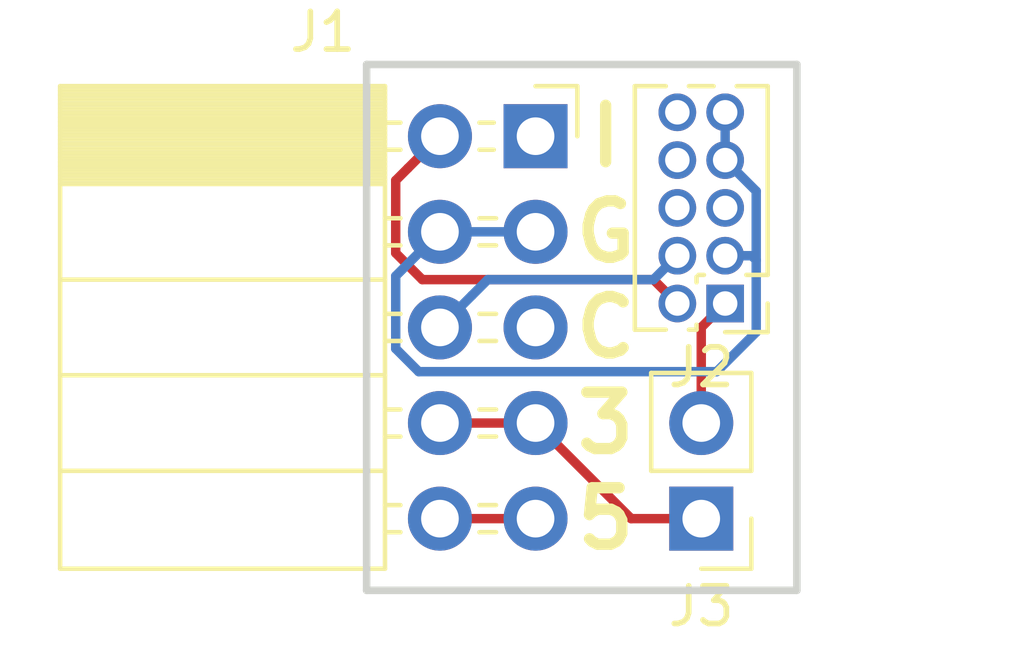
<source format=kicad_pcb>
(kicad_pcb (version 20171130) (host pcbnew 5.0.1)

  (general
    (thickness 1.6)
    (drawings 9)
    (tracks 29)
    (zones 0)
    (modules 3)
    (nets 7)
  )

  (page A4)
  (layers
    (0 F.Cu signal)
    (31 B.Cu signal)
    (32 B.Adhes user)
    (33 F.Adhes user)
    (34 B.Paste user)
    (35 F.Paste user)
    (36 B.SilkS user)
    (37 F.SilkS user)
    (38 B.Mask user)
    (39 F.Mask user)
    (40 Dwgs.User user)
    (41 Cmts.User user)
    (42 Eco1.User user)
    (43 Eco2.User user)
    (44 Edge.Cuts user)
    (45 Margin user)
    (46 B.CrtYd user)
    (47 F.CrtYd user)
    (48 B.Fab user)
    (49 F.Fab user)
  )

  (setup
    (last_trace_width 0.25)
    (trace_clearance 0.2)
    (zone_clearance 0.508)
    (zone_45_only no)
    (trace_min 0.2)
    (segment_width 0.2)
    (edge_width 0.15)
    (via_size 0.8)
    (via_drill 0.4)
    (via_min_size 0.4)
    (via_min_drill 0.3)
    (uvia_size 0.3)
    (uvia_drill 0.1)
    (uvias_allowed no)
    (uvia_min_size 0.2)
    (uvia_min_drill 0.1)
    (pcb_text_width 0.3)
    (pcb_text_size 1.5 1.5)
    (mod_edge_width 0.15)
    (mod_text_size 1 1)
    (mod_text_width 0.15)
    (pad_size 1.524 1.524)
    (pad_drill 0.762)
    (pad_to_mask_clearance 0.051)
    (solder_mask_min_width 0.25)
    (aux_axis_origin 0 0)
    (visible_elements FFFFFF7F)
    (pcbplotparams
      (layerselection 0x010fc_ffffffff)
      (usegerberextensions false)
      (usegerberattributes false)
      (usegerberadvancedattributes false)
      (creategerberjobfile false)
      (excludeedgelayer true)
      (linewidth 0.100000)
      (plotframeref false)
      (viasonmask false)
      (mode 1)
      (useauxorigin false)
      (hpglpennumber 1)
      (hpglpenspeed 20)
      (hpglpendiameter 15.000000)
      (psnegative false)
      (psa4output false)
      (plotreference true)
      (plotvalue true)
      (plotinvisibletext false)
      (padsonsilk false)
      (subtractmaskfromsilk false)
      (outputformat 1)
      (mirror false)
      (drillshape 0)
      (scaleselection 1)
      (outputdirectory "gerber"))
  )

  (net 0 "")
  (net 1 TMS)
  (net 2 GND)
  (net 3 TCK)
  (net 4 3V3)
  (net 5 5V)
  (net 6 VDD)

  (net_class Default "Dit is de standaard class."
    (clearance 0.2)
    (trace_width 0.25)
    (via_dia 0.8)
    (via_drill 0.4)
    (uvia_dia 0.3)
    (uvia_drill 0.1)
    (add_net 3V3)
    (add_net 5V)
    (add_net GND)
    (add_net TCK)
    (add_net TMS)
    (add_net VDD)
  )

  (module Connector_PinSocket_2.54mm:PinSocket_2x05_P2.54mm_Horizontal (layer F.Cu) (tedit 5A19A422) (tstamp 5BF23DE3)
    (at 127.677984 74.93)
    (descr "Through hole angled socket strip, 2x05, 2.54mm pitch, 8.51mm socket length, double cols (from Kicad 4.0.7), script generated")
    (tags "Through hole angled socket strip THT 2x05 2.54mm double row")
    (path /5BF1B2DB)
    (fp_text reference J1 (at -5.65 -2.77) (layer F.SilkS)
      (effects (font (size 1 1) (thickness 0.15)))
    )
    (fp_text value Conn_02x05_Odd_Even (at -5.65 12.93) (layer F.Fab)
      (effects (font (size 1 1) (thickness 0.15)))
    )
    (fp_line (start -12.57 -1.27) (end -5.03 -1.27) (layer F.Fab) (width 0.1))
    (fp_line (start -5.03 -1.27) (end -4.06 -0.3) (layer F.Fab) (width 0.1))
    (fp_line (start -4.06 -0.3) (end -4.06 11.43) (layer F.Fab) (width 0.1))
    (fp_line (start -4.06 11.43) (end -12.57 11.43) (layer F.Fab) (width 0.1))
    (fp_line (start -12.57 11.43) (end -12.57 -1.27) (layer F.Fab) (width 0.1))
    (fp_line (start 0 -0.3) (end -4.06 -0.3) (layer F.Fab) (width 0.1))
    (fp_line (start -4.06 0.3) (end 0 0.3) (layer F.Fab) (width 0.1))
    (fp_line (start 0 0.3) (end 0 -0.3) (layer F.Fab) (width 0.1))
    (fp_line (start 0 2.24) (end -4.06 2.24) (layer F.Fab) (width 0.1))
    (fp_line (start -4.06 2.84) (end 0 2.84) (layer F.Fab) (width 0.1))
    (fp_line (start 0 2.84) (end 0 2.24) (layer F.Fab) (width 0.1))
    (fp_line (start 0 4.78) (end -4.06 4.78) (layer F.Fab) (width 0.1))
    (fp_line (start -4.06 5.38) (end 0 5.38) (layer F.Fab) (width 0.1))
    (fp_line (start 0 5.38) (end 0 4.78) (layer F.Fab) (width 0.1))
    (fp_line (start 0 7.32) (end -4.06 7.32) (layer F.Fab) (width 0.1))
    (fp_line (start -4.06 7.92) (end 0 7.92) (layer F.Fab) (width 0.1))
    (fp_line (start 0 7.92) (end 0 7.32) (layer F.Fab) (width 0.1))
    (fp_line (start 0 9.86) (end -4.06 9.86) (layer F.Fab) (width 0.1))
    (fp_line (start -4.06 10.46) (end 0 10.46) (layer F.Fab) (width 0.1))
    (fp_line (start 0 10.46) (end 0 9.86) (layer F.Fab) (width 0.1))
    (fp_line (start -12.63 -1.21) (end -4 -1.21) (layer F.SilkS) (width 0.12))
    (fp_line (start -12.63 -1.091905) (end -4 -1.091905) (layer F.SilkS) (width 0.12))
    (fp_line (start -12.63 -0.97381) (end -4 -0.97381) (layer F.SilkS) (width 0.12))
    (fp_line (start -12.63 -0.855715) (end -4 -0.855715) (layer F.SilkS) (width 0.12))
    (fp_line (start -12.63 -0.73762) (end -4 -0.73762) (layer F.SilkS) (width 0.12))
    (fp_line (start -12.63 -0.619525) (end -4 -0.619525) (layer F.SilkS) (width 0.12))
    (fp_line (start -12.63 -0.50143) (end -4 -0.50143) (layer F.SilkS) (width 0.12))
    (fp_line (start -12.63 -0.383335) (end -4 -0.383335) (layer F.SilkS) (width 0.12))
    (fp_line (start -12.63 -0.26524) (end -4 -0.26524) (layer F.SilkS) (width 0.12))
    (fp_line (start -12.63 -0.147145) (end -4 -0.147145) (layer F.SilkS) (width 0.12))
    (fp_line (start -12.63 -0.02905) (end -4 -0.02905) (layer F.SilkS) (width 0.12))
    (fp_line (start -12.63 0.089045) (end -4 0.089045) (layer F.SilkS) (width 0.12))
    (fp_line (start -12.63 0.20714) (end -4 0.20714) (layer F.SilkS) (width 0.12))
    (fp_line (start -12.63 0.325235) (end -4 0.325235) (layer F.SilkS) (width 0.12))
    (fp_line (start -12.63 0.44333) (end -4 0.44333) (layer F.SilkS) (width 0.12))
    (fp_line (start -12.63 0.561425) (end -4 0.561425) (layer F.SilkS) (width 0.12))
    (fp_line (start -12.63 0.67952) (end -4 0.67952) (layer F.SilkS) (width 0.12))
    (fp_line (start -12.63 0.797615) (end -4 0.797615) (layer F.SilkS) (width 0.12))
    (fp_line (start -12.63 0.91571) (end -4 0.91571) (layer F.SilkS) (width 0.12))
    (fp_line (start -12.63 1.033805) (end -4 1.033805) (layer F.SilkS) (width 0.12))
    (fp_line (start -12.63 1.1519) (end -4 1.1519) (layer F.SilkS) (width 0.12))
    (fp_line (start -4 -0.36) (end -3.59 -0.36) (layer F.SilkS) (width 0.12))
    (fp_line (start -1.49 -0.36) (end -1.11 -0.36) (layer F.SilkS) (width 0.12))
    (fp_line (start -4 0.36) (end -3.59 0.36) (layer F.SilkS) (width 0.12))
    (fp_line (start -1.49 0.36) (end -1.11 0.36) (layer F.SilkS) (width 0.12))
    (fp_line (start -4 2.18) (end -3.59 2.18) (layer F.SilkS) (width 0.12))
    (fp_line (start -1.49 2.18) (end -1.05 2.18) (layer F.SilkS) (width 0.12))
    (fp_line (start -4 2.9) (end -3.59 2.9) (layer F.SilkS) (width 0.12))
    (fp_line (start -1.49 2.9) (end -1.05 2.9) (layer F.SilkS) (width 0.12))
    (fp_line (start -4 4.72) (end -3.59 4.72) (layer F.SilkS) (width 0.12))
    (fp_line (start -1.49 4.72) (end -1.05 4.72) (layer F.SilkS) (width 0.12))
    (fp_line (start -4 5.44) (end -3.59 5.44) (layer F.SilkS) (width 0.12))
    (fp_line (start -1.49 5.44) (end -1.05 5.44) (layer F.SilkS) (width 0.12))
    (fp_line (start -4 7.26) (end -3.59 7.26) (layer F.SilkS) (width 0.12))
    (fp_line (start -1.49 7.26) (end -1.05 7.26) (layer F.SilkS) (width 0.12))
    (fp_line (start -4 7.98) (end -3.59 7.98) (layer F.SilkS) (width 0.12))
    (fp_line (start -1.49 7.98) (end -1.05 7.98) (layer F.SilkS) (width 0.12))
    (fp_line (start -4 9.8) (end -3.59 9.8) (layer F.SilkS) (width 0.12))
    (fp_line (start -1.49 9.8) (end -1.05 9.8) (layer F.SilkS) (width 0.12))
    (fp_line (start -4 10.52) (end -3.59 10.52) (layer F.SilkS) (width 0.12))
    (fp_line (start -1.49 10.52) (end -1.05 10.52) (layer F.SilkS) (width 0.12))
    (fp_line (start -12.63 1.27) (end -4 1.27) (layer F.SilkS) (width 0.12))
    (fp_line (start -12.63 3.81) (end -4 3.81) (layer F.SilkS) (width 0.12))
    (fp_line (start -12.63 6.35) (end -4 6.35) (layer F.SilkS) (width 0.12))
    (fp_line (start -12.63 8.89) (end -4 8.89) (layer F.SilkS) (width 0.12))
    (fp_line (start -12.63 -1.33) (end -4 -1.33) (layer F.SilkS) (width 0.12))
    (fp_line (start -4 -1.33) (end -4 11.49) (layer F.SilkS) (width 0.12))
    (fp_line (start -12.63 11.49) (end -4 11.49) (layer F.SilkS) (width 0.12))
    (fp_line (start -12.63 -1.33) (end -12.63 11.49) (layer F.SilkS) (width 0.12))
    (fp_line (start 1.11 -1.33) (end 1.11 0) (layer F.SilkS) (width 0.12))
    (fp_line (start 0 -1.33) (end 1.11 -1.33) (layer F.SilkS) (width 0.12))
    (fp_line (start 1.8 -1.75) (end -13.05 -1.75) (layer F.CrtYd) (width 0.05))
    (fp_line (start -13.05 -1.75) (end -13.05 11.95) (layer F.CrtYd) (width 0.05))
    (fp_line (start -13.05 11.95) (end 1.8 11.95) (layer F.CrtYd) (width 0.05))
    (fp_line (start 1.8 11.95) (end 1.8 -1.75) (layer F.CrtYd) (width 0.05))
    (fp_text user %R (at -8.315 5.08 90) (layer F.Fab)
      (effects (font (size 1 1) (thickness 0.15)))
    )
    (pad 1 thru_hole rect (at 0 0) (size 1.7 1.7) (drill 1) (layers *.Cu *.Mask))
    (pad 2 thru_hole oval (at -2.54 0) (size 1.7 1.7) (drill 1) (layers *.Cu *.Mask)
      (net 1 TMS))
    (pad 3 thru_hole oval (at 0 2.54) (size 1.7 1.7) (drill 1) (layers *.Cu *.Mask)
      (net 2 GND))
    (pad 4 thru_hole oval (at -2.54 2.54) (size 1.7 1.7) (drill 1) (layers *.Cu *.Mask)
      (net 2 GND))
    (pad 5 thru_hole oval (at 0 5.08) (size 1.7 1.7) (drill 1) (layers *.Cu *.Mask))
    (pad 6 thru_hole oval (at -2.54 5.08) (size 1.7 1.7) (drill 1) (layers *.Cu *.Mask)
      (net 3 TCK))
    (pad 7 thru_hole oval (at 0 7.62) (size 1.7 1.7) (drill 1) (layers *.Cu *.Mask)
      (net 4 3V3))
    (pad 8 thru_hole oval (at -2.54 7.62) (size 1.7 1.7) (drill 1) (layers *.Cu *.Mask)
      (net 4 3V3))
    (pad 9 thru_hole oval (at 0 10.16) (size 1.7 1.7) (drill 1) (layers *.Cu *.Mask)
      (net 5 5V))
    (pad 10 thru_hole oval (at -2.54 10.16) (size 1.7 1.7) (drill 1) (layers *.Cu *.Mask)
      (net 5 5V))
    (model ${KISYS3DMOD}/Connector_PinSocket_2.54mm.3dshapes/PinSocket_2x05_P2.54mm_Horizontal.wrl
      (at (xyz 0 0 0))
      (scale (xyz 1 1 1))
      (rotate (xyz 0 0 0))
    )
  )

  (module Connector_PinHeader_1.27mm:PinHeader_2x05_P1.27mm_Vertical (layer F.Cu) (tedit 59FED6E3) (tstamp 5BF23E08)
    (at 132.715 79.375 180)
    (descr "Through hole straight pin header, 2x05, 1.27mm pitch, double rows")
    (tags "Through hole pin header THT 2x05 1.27mm double row")
    (path /5BF1B453)
    (fp_text reference J2 (at 0.635 -1.695 180) (layer F.SilkS)
      (effects (font (size 1 1) (thickness 0.15)))
    )
    (fp_text value Conn_02x05_Odd_Even (at 0.635 6.775 180) (layer F.Fab)
      (effects (font (size 1 1) (thickness 0.15)))
    )
    (fp_line (start -0.2175 -0.635) (end 2.34 -0.635) (layer F.Fab) (width 0.1))
    (fp_line (start 2.34 -0.635) (end 2.34 5.715) (layer F.Fab) (width 0.1))
    (fp_line (start 2.34 5.715) (end -1.07 5.715) (layer F.Fab) (width 0.1))
    (fp_line (start -1.07 5.715) (end -1.07 0.2175) (layer F.Fab) (width 0.1))
    (fp_line (start -1.07 0.2175) (end -0.2175 -0.635) (layer F.Fab) (width 0.1))
    (fp_line (start -1.13 5.775) (end -0.30753 5.775) (layer F.SilkS) (width 0.12))
    (fp_line (start 1.57753 5.775) (end 2.4 5.775) (layer F.SilkS) (width 0.12))
    (fp_line (start 0.30753 5.775) (end 0.96247 5.775) (layer F.SilkS) (width 0.12))
    (fp_line (start -1.13 0.76) (end -1.13 5.775) (layer F.SilkS) (width 0.12))
    (fp_line (start 2.4 -0.695) (end 2.4 5.775) (layer F.SilkS) (width 0.12))
    (fp_line (start -1.13 0.76) (end -0.563471 0.76) (layer F.SilkS) (width 0.12))
    (fp_line (start 0.563471 0.76) (end 0.706529 0.76) (layer F.SilkS) (width 0.12))
    (fp_line (start 0.76 0.706529) (end 0.76 0.563471) (layer F.SilkS) (width 0.12))
    (fp_line (start 0.76 -0.563471) (end 0.76 -0.695) (layer F.SilkS) (width 0.12))
    (fp_line (start 0.76 -0.695) (end 0.96247 -0.695) (layer F.SilkS) (width 0.12))
    (fp_line (start 1.57753 -0.695) (end 2.4 -0.695) (layer F.SilkS) (width 0.12))
    (fp_line (start -1.13 0) (end -1.13 -0.76) (layer F.SilkS) (width 0.12))
    (fp_line (start -1.13 -0.76) (end 0 -0.76) (layer F.SilkS) (width 0.12))
    (fp_line (start -1.6 -1.15) (end -1.6 6.25) (layer F.CrtYd) (width 0.05))
    (fp_line (start -1.6 6.25) (end 2.85 6.25) (layer F.CrtYd) (width 0.05))
    (fp_line (start 2.85 6.25) (end 2.85 -1.15) (layer F.CrtYd) (width 0.05))
    (fp_line (start 2.85 -1.15) (end -1.6 -1.15) (layer F.CrtYd) (width 0.05))
    (fp_text user %R (at 0.635 2.54 270) (layer F.Fab)
      (effects (font (size 1 1) (thickness 0.15)))
    )
    (pad 1 thru_hole rect (at 0 0 180) (size 1 1) (drill 0.65) (layers *.Cu *.Mask)
      (net 6 VDD))
    (pad 2 thru_hole oval (at 1.27 0 180) (size 1 1) (drill 0.65) (layers *.Cu *.Mask)
      (net 1 TMS))
    (pad 3 thru_hole oval (at 0 1.27 180) (size 1 1) (drill 0.65) (layers *.Cu *.Mask)
      (net 2 GND))
    (pad 4 thru_hole oval (at 1.27 1.27 180) (size 1 1) (drill 0.65) (layers *.Cu *.Mask)
      (net 3 TCK))
    (pad 5 thru_hole oval (at 0 2.54 180) (size 1 1) (drill 0.65) (layers *.Cu *.Mask))
    (pad 6 thru_hole oval (at 1.27 2.54 180) (size 1 1) (drill 0.65) (layers *.Cu *.Mask))
    (pad 7 thru_hole oval (at 0 3.81 180) (size 1 1) (drill 0.65) (layers *.Cu *.Mask)
      (net 2 GND))
    (pad 8 thru_hole oval (at 1.27 3.81 180) (size 1 1) (drill 0.65) (layers *.Cu *.Mask))
    (pad 9 thru_hole oval (at 0 5.08 180) (size 1 1) (drill 0.65) (layers *.Cu *.Mask)
      (net 2 GND))
    (pad 10 thru_hole oval (at 1.27 5.08 180) (size 1 1) (drill 0.65) (layers *.Cu *.Mask))
    (model ${KISYS3DMOD}/Connector_PinHeader_1.27mm.3dshapes/PinHeader_2x05_P1.27mm_Vertical.wrl
      (at (xyz 0 0 0))
      (scale (xyz 1 1 1))
      (rotate (xyz 0 0 0))
    )
  )

  (module Connector_PinHeader_2.54mm:PinHeader_1x02_P2.54mm_Vertical (layer F.Cu) (tedit 59FED5CC) (tstamp 5BF23E1E)
    (at 132.08 85.09 180)
    (descr "Through hole straight pin header, 1x02, 2.54mm pitch, single row")
    (tags "Through hole pin header THT 1x02 2.54mm single row")
    (path /5BF1B3E1)
    (fp_text reference J3 (at 0 -2.33 180) (layer F.SilkS)
      (effects (font (size 1 1) (thickness 0.15)))
    )
    (fp_text value Conn_01x02_Male (at 0 4.87 180) (layer F.Fab)
      (effects (font (size 1 1) (thickness 0.15)))
    )
    (fp_line (start -0.635 -1.27) (end 1.27 -1.27) (layer F.Fab) (width 0.1))
    (fp_line (start 1.27 -1.27) (end 1.27 3.81) (layer F.Fab) (width 0.1))
    (fp_line (start 1.27 3.81) (end -1.27 3.81) (layer F.Fab) (width 0.1))
    (fp_line (start -1.27 3.81) (end -1.27 -0.635) (layer F.Fab) (width 0.1))
    (fp_line (start -1.27 -0.635) (end -0.635 -1.27) (layer F.Fab) (width 0.1))
    (fp_line (start -1.33 3.87) (end 1.33 3.87) (layer F.SilkS) (width 0.12))
    (fp_line (start -1.33 1.27) (end -1.33 3.87) (layer F.SilkS) (width 0.12))
    (fp_line (start 1.33 1.27) (end 1.33 3.87) (layer F.SilkS) (width 0.12))
    (fp_line (start -1.33 1.27) (end 1.33 1.27) (layer F.SilkS) (width 0.12))
    (fp_line (start -1.33 0) (end -1.33 -1.33) (layer F.SilkS) (width 0.12))
    (fp_line (start -1.33 -1.33) (end 0 -1.33) (layer F.SilkS) (width 0.12))
    (fp_line (start -1.8 -1.8) (end -1.8 4.35) (layer F.CrtYd) (width 0.05))
    (fp_line (start -1.8 4.35) (end 1.8 4.35) (layer F.CrtYd) (width 0.05))
    (fp_line (start 1.8 4.35) (end 1.8 -1.8) (layer F.CrtYd) (width 0.05))
    (fp_line (start 1.8 -1.8) (end -1.8 -1.8) (layer F.CrtYd) (width 0.05))
    (fp_text user %R (at 0 1.27 270) (layer F.Fab)
      (effects (font (size 1 1) (thickness 0.15)))
    )
    (pad 1 thru_hole rect (at 0 0 180) (size 1.7 1.7) (drill 1) (layers *.Cu *.Mask)
      (net 4 3V3))
    (pad 2 thru_hole oval (at 0 2.54 180) (size 1.7 1.7) (drill 1) (layers *.Cu *.Mask)
      (net 6 VDD))
    (model ${KISYS3DMOD}/Connector_PinHeader_2.54mm.3dshapes/PinHeader_1x02_P2.54mm_Vertical.wrl
      (at (xyz 0 0 0))
      (scale (xyz 1 1 1))
      (rotate (xyz 0 0 0))
    )
  )

  (gr_text 5 (at 129.54 85.09) (layer F.SilkS)
    (effects (font (size 1.5 1.5) (thickness 0.3)))
  )
  (gr_text 3 (at 129.54 82.55) (layer F.SilkS)
    (effects (font (size 1.5 1.5) (thickness 0.3)))
  )
  (gr_text C (at 129.54 80.01) (layer F.SilkS)
    (effects (font (size 1.5 1.5) (thickness 0.3)))
  )
  (gr_text G (at 129.54 77.47) (layer F.SilkS)
    (effects (font (size 1.5 1.5) (thickness 0.3)))
  )
  (gr_text I (at 129.54 74.93) (layer F.SilkS)
    (effects (font (size 1.5 1.5) (thickness 0.3)))
  )
  (gr_line (start 134.62 73.025) (end 123.19 73.025) (layer Edge.Cuts) (width 0.2))
  (gr_line (start 134.62 86.995) (end 134.62 73.025) (layer Edge.Cuts) (width 0.2))
  (gr_line (start 123.19 86.995) (end 134.62 86.995) (layer Edge.Cuts) (width 0.2))
  (gr_line (start 123.19 73.025) (end 123.19 86.995) (layer Edge.Cuts) (width 0.2))

  (segment (start 124.287985 75.779999) (end 125.137984 74.93) (width 0.25) (layer F.Cu) (net 1))
  (segment (start 123.962983 78.034001) (end 123.962983 76.105001) (width 0.25) (layer F.Cu) (net 1))
  (segment (start 123.962983 76.105001) (end 124.287985 75.779999) (width 0.25) (layer F.Cu) (net 1))
  (segment (start 124.668982 78.74) (end 123.962983 78.034001) (width 0.25) (layer F.Cu) (net 1))
  (segment (start 130.81 78.74) (end 124.668982 78.74) (width 0.25) (layer F.Cu) (net 1))
  (segment (start 131.445 79.375) (end 130.81 78.74) (width 0.25) (layer F.Cu) (net 1))
  (segment (start 124.287985 78.319999) (end 125.137984 77.47) (width 0.25) (layer B.Cu) (net 2))
  (segment (start 123.962983 78.645001) (end 124.287985 78.319999) (width 0.25) (layer B.Cu) (net 2))
  (segment (start 123.962983 80.574001) (end 123.962983 78.645001) (width 0.25) (layer B.Cu) (net 2))
  (segment (start 124.573983 81.185001) (end 123.962983 80.574001) (width 0.25) (layer B.Cu) (net 2))
  (segment (start 132.490001 81.185001) (end 124.573983 81.185001) (width 0.25) (layer B.Cu) (net 2))
  (segment (start 133.540001 80.135001) (end 132.490001 81.185001) (width 0.25) (layer B.Cu) (net 2))
  (segment (start 133.540001 78.222895) (end 133.540001 80.135001) (width 0.25) (layer B.Cu) (net 2))
  (segment (start 133.422106 78.105) (end 133.540001 78.222895) (width 0.25) (layer B.Cu) (net 2))
  (segment (start 132.715 78.105) (end 133.422106 78.105) (width 0.25) (layer B.Cu) (net 2))
  (segment (start 132.715 74.295) (end 132.715 75.565) (width 0.25) (layer B.Cu) (net 2))
  (segment (start 133.540001 76.390001) (end 133.540001 78.222895) (width 0.25) (layer B.Cu) (net 2))
  (segment (start 132.715 75.565) (end 133.540001 76.390001) (width 0.25) (layer B.Cu) (net 2))
  (segment (start 125.137984 77.47) (end 127.677984 77.47) (width 0.25) (layer B.Cu) (net 2))
  (segment (start 125.987983 79.160001) (end 125.137984 80.01) (width 0.25) (layer B.Cu) (net 3))
  (segment (start 126.407984 78.74) (end 125.987983 79.160001) (width 0.25) (layer B.Cu) (net 3))
  (segment (start 130.81 78.74) (end 126.407984 78.74) (width 0.25) (layer B.Cu) (net 3))
  (segment (start 131.445 78.105) (end 130.81 78.74) (width 0.25) (layer B.Cu) (net 3))
  (segment (start 125.137984 82.55) (end 127.677984 82.55) (width 0.25) (layer F.Cu) (net 4))
  (segment (start 130.217984 85.09) (end 132.08 85.09) (width 0.25) (layer F.Cu) (net 4))
  (segment (start 127.677984 82.55) (end 130.217984 85.09) (width 0.25) (layer F.Cu) (net 4))
  (segment (start 125.137984 85.09) (end 127.677984 85.09) (width 0.25) (layer F.Cu) (net 5))
  (segment (start 132.08 80.01) (end 132.715 79.375) (width 0.25) (layer F.Cu) (net 6))
  (segment (start 132.08 82.55) (end 132.08 80.01) (width 0.25) (layer F.Cu) (net 6))

)

</source>
